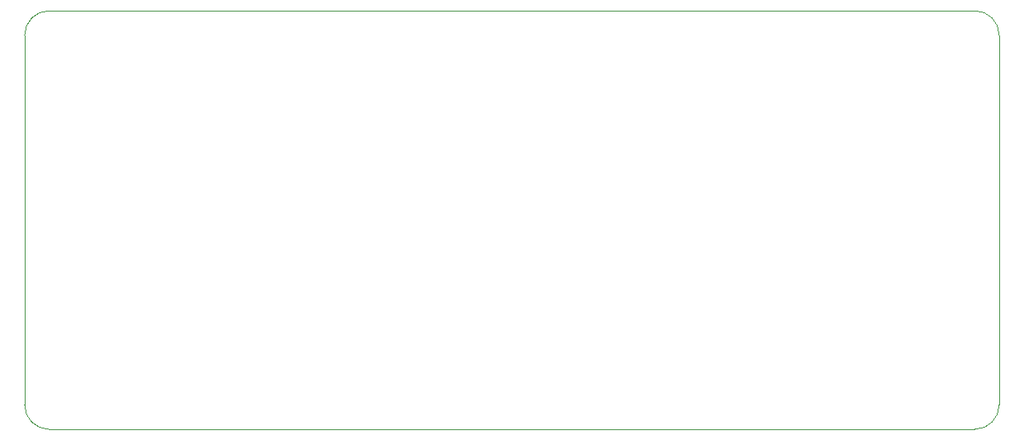
<source format=gbr>
%TF.GenerationSoftware,KiCad,Pcbnew,9.0.0*%
%TF.CreationDate,2025-04-11T21:43:44-07:00*%
%TF.ProjectId,BSPD,42535044-2e6b-4696-9361-645f70636258,rev?*%
%TF.SameCoordinates,Original*%
%TF.FileFunction,Profile,NP*%
%FSLAX46Y46*%
G04 Gerber Fmt 4.6, Leading zero omitted, Abs format (unit mm)*
G04 Created by KiCad (PCBNEW 9.0.0) date 2025-04-11 21:43:44*
%MOMM*%
%LPD*%
G01*
G04 APERTURE LIST*
%TA.AperFunction,Profile*%
%ADD10C,0.050000*%
%TD*%
G04 APERTURE END LIST*
D10*
X136500000Y-132000000D02*
X41500000Y-132000000D01*
X139000000Y-129500000D02*
G75*
G02*
X136500000Y-132000000I-2500000J0D01*
G01*
X41500000Y-132000000D02*
G75*
G02*
X39000000Y-129500000I0J2500000D01*
G01*
X41500000Y-89000000D02*
X136500000Y-89000000D01*
X139000000Y-91500000D02*
X139000000Y-129500000D01*
X39000000Y-129500000D02*
X39000000Y-91500000D01*
X39000000Y-91500000D02*
G75*
G02*
X41500000Y-89000000I2500000J0D01*
G01*
X136500000Y-89000000D02*
G75*
G02*
X139000000Y-91500000I0J-2500000D01*
G01*
M02*

</source>
